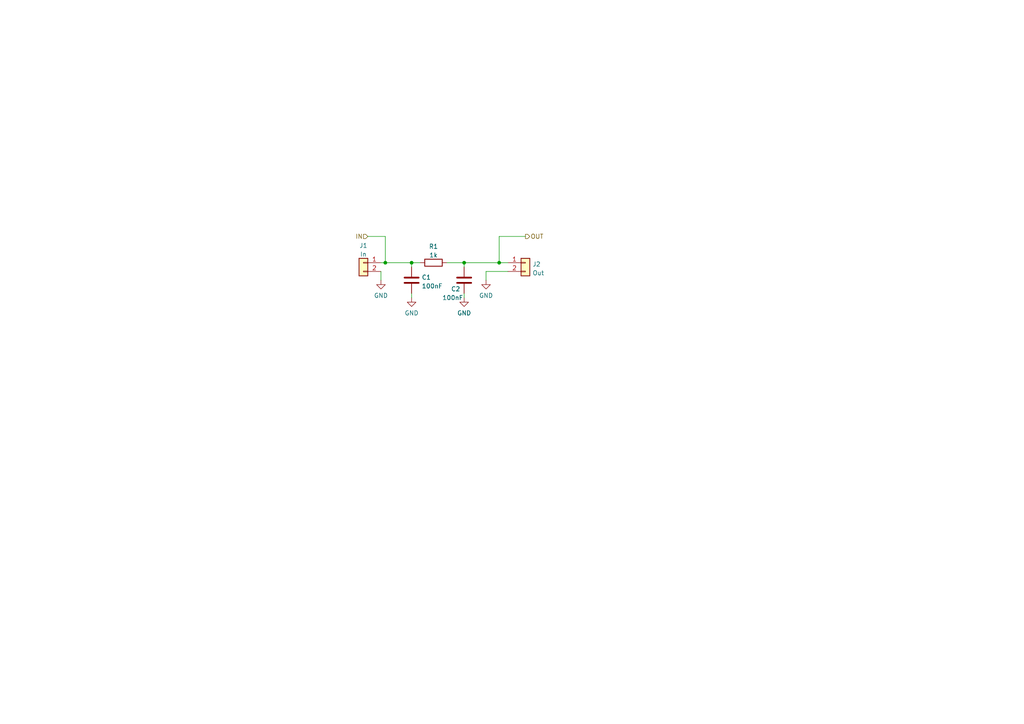
<source format=kicad_sch>
(kicad_sch (version 20211123) (generator eeschema)
  (paper "A4")
  (title_block (title "Filter A"))
  (lib_symbols
    (symbol "Connector_Generic:Conn_01x02" (pin_names (offset 1.016) hide)
      (property "Reference" "J" (at 0 2.54 0))
      (property "Value" "Conn_01x02" (at 0 -5.08 0))
      (symbol "Conn_01x02_1_1"
        (rectangle (start -1.27 -2.413) (end 0 -2.667) (stroke (width 0.1524)))
        (rectangle (start -1.27 0.127) (end 0 -0.127) (stroke (width 0.1524)))
        (rectangle (start -1.27 1.27) (end 1.27 -3.81) (stroke (width 0.254)) (fill (type background)))
        (pin passive line (at -5.08 0 0) (length 3.81) (name "Pin_1") (number "1"))
        (pin passive line (at -5.08 -2.54 0) (length 3.81) (name "Pin_2") (number "2"))
      )
    )
    (symbol "Device:C" (pin_numbers hide) (pin_names (offset 0.254))
      (property "Reference" "C" (at 0.635 2.54 0))
      (property "Value" "C" (at 0.635 -2.54 0))
      (symbol "C_0_1"
        (polyline (pts (xy -2.032 -0.762) (xy 2.032 -0.762)) (stroke (width 0.508)))
        (polyline (pts (xy -2.032 0.762) (xy 2.032 0.762)) (stroke (width 0.508)))
      )
      (symbol "C_1_1"
        (pin passive line (at 0 3.81 270) (length 2.794) (name "~") (number "1"))
        (pin passive line (at 0 -3.81 90) (length 2.794) (name "~") (number "2"))
      )
    )
    (symbol "Device:R" (pin_numbers hide) (pin_names (offset 0))
      (property "Reference" "R" (at 2.032 0 90))
      (property "Value" "R" (at 0 0 90))
      (symbol "R_0_1"
        (rectangle (start -1.016 -2.54) (end 1.016 2.54) (stroke (width 0.254)))
      )
      (symbol "R_1_1"
        (pin passive line (at 0 3.81 270) (length 1.27) (name "~") (number "1"))
        (pin passive line (at 0 -3.81 90) (length 1.27) (name "~") (number "2"))
      )
    )
    (symbol "power:GND" (power) (pin_names (offset 0))
      (property "Value" "GND" (at 0 -3.81 0))
      (symbol "GND_0_1"
        (polyline (pts (xy 0 0) (xy 0 -1.27) (xy 1.27 -1.27) (xy 0 -2.54) (xy -1.27 -1.27) (xy 0 -1.27)))
      )
      (symbol "GND_1_1"
        (pin power_in line (at 0 0 270) (length 0) hide (name "GND") (number "1"))
      )
    )
  )
  (junction (at 111.76 76.2))
  (junction (at 134.62 76.2))
  (junction (at 119.38 76.2))
  (junction (at 144.78 76.2))
  (wire (pts (xy 119.38 76.2) (xy 119.38 77.47)))
  (wire (pts (xy 106.68 68.58) (xy 111.76 68.58)))
  (wire (pts (xy 134.62 85.09) (xy 134.62 86.36)))
  (wire (pts (xy 144.78 76.2) (xy 144.78 68.58)))
  (wire (pts (xy 144.78 68.58) (xy 152.4 68.58)))
  (wire (pts (xy 119.38 85.09) (xy 119.38 86.36)))
  (wire (pts (xy 140.97 78.74) (xy 147.32 78.74)))
  (wire (pts (xy 129.54 76.2) (xy 134.62 76.2)))
  (wire (pts (xy 134.62 76.2) (xy 134.62 77.47)))
  (wire (pts (xy 140.97 81.28) (xy 140.97 78.74)))
  (wire (pts (xy 110.49 76.2) (xy 111.76 76.2)))
  (wire (pts (xy 119.38 76.2) (xy 121.92 76.2)))
  (wire (pts (xy 111.76 76.2) (xy 119.38 76.2)))
  (wire (pts (xy 110.49 78.74) (xy 110.49 81.28)))
  (wire (pts (xy 134.62 76.2) (xy 144.78 76.2)))
  (wire (pts (xy 111.76 68.58) (xy 111.76 76.2)))
  (wire (pts (xy 144.78 76.2) (xy 147.32 76.2)))
  (hierarchical_label "OUT" (shape output) (at 152.4 68.58 0))
  (hierarchical_label "IN" (shape input) (at 106.68 68.58 180))
  (symbol (lib_id "power:GND") (at 119.38 86.36 0) (unit 1)
    (property "Reference" "#PWR0104" (effects hide))
    (property "Value" "GND" (at 119.38 90.8034 0))
  )
  (symbol (lib_id "power:GND") (at 134.62 86.36 0) (unit 1)
    (property "Reference" "#PWR0103" (effects hide))
    (property "Value" "GND" (at 134.62 90.8034 0))
  )
  (symbol (lib_id "Device:R") (at 125.73 76.2 270) (unit 1)
    (property "Reference" "R1" (at 125.73 71.4842 90))
    (property "Value" "1k" (at 125.73 74.0211 90))
    (property "Footprint" "Resistor_THT:R_Axial_DIN0207_L6.3mm_D2.5mm_P7.62mm_Horizontal" (effects hide))
  )
  (symbol (lib_id "power:GND") (at 140.97 81.28 0) (unit 1)
    (property "Reference" "#PWR0101" (effects hide))
    (property "Value" "GND" (at 140.97 85.7234 0))
  )
  (symbol (lib_id "Connector_Generic:Conn_01x02") (at 152.4 76.2 0) (unit 1)
    (property "Reference" "J2" (at 154.432 76.6353 0) (effects (justify left)))
    (property "Value" "Out" (at 154.432 79.1722 0) (effects (justify left)))
    (property "Footprint" "Connector_Molex:Molex_KK-254_AE-6410-02A_1x02_P2.54mm_Vertical" (effects hide))
  )
  (symbol (lib_id "power:GND") (at 110.49 81.28 0) (unit 1)
    (property "Reference" "#PWR0102" (effects hide))
    (property "Value" "GND" (at 110.49 85.7234 0))
  )
  (symbol (lib_id "Connector_Generic:Conn_01x02") (at 105.41 76.2 0) (mirror y) (unit 1)
    (property "Reference" "J1" (at 105.41 71.2302 0))
    (property "Value" "In" (at 105.41 73.7671 0))
    (property "Footprint" "Connector_Molex:Molex_KK-254_AE-6410-02A_1x02_P2.54mm_Vertical" (effects hide))
  )
  (symbol (lib_id "Device:C") (at 134.62 81.28 0) (unit 1)
    (property "Reference" "C2" (at 130.81 83.82 0) (effects (justify left)))
    (property "Value" "100nF" (at 128.27 86.36 0) (effects (justify left)))
    (property "Footprint" "Capacitor_THT:C_Disc_D3.0mm_W1.6mm_P2.50mm" (effects hide))
  )
  (symbol (lib_id "Device:C") (at 119.38 81.28 0) (unit 1)
    (property "Reference" "C1" (at 122.301 80.4453 0) (effects (justify left)))
    (property "Value" "100nF" (at 122.301 82.9822 0) (effects (justify left)))
    (property "Footprint" "Capacitor_THT:C_Disc_D3.0mm_W1.6mm_P2.50mm" (effects hide))
  )
)
</source>
